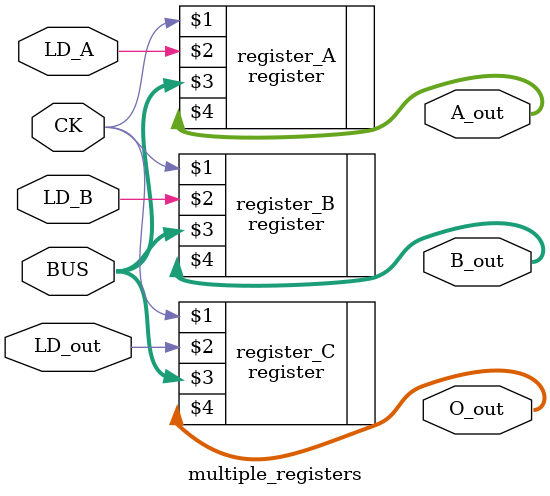
<source format=v>
`include "register.v";

module multiple_registers (input CK,
                           input LD_A,
                           input LD_B,
                           input LD_out,
                           input [3:0] BUS,
                           output [3:0] A_out,
                           output [3:0] B_out,
                           output [3:0] O_out,
                           );
    register register_A (CK, LD_A, BUS, A_out);
    register register_B (CK, LD_B, BUS, B_out);
    register register_C (CK, LD_out, BUS, O_out);
endmodule

</source>
